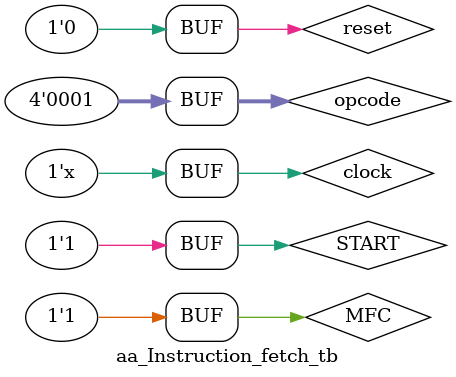
<source format=v>
module aa_Instruction_fetch_tb;

    reg clock;
    reg reset;
    wire [3:0] FSM_start;
    reg [3:0] opcode;
    wire pc_out_en, pc_increment;
    wire MAR_address_in_en;
    wire R_W, EN;
    reg MFC;
    wire MDR_bus_data_out_en;
    wire IR_in_en;
    reg DONE, START;

    // Clock generation
    always #5 clock = ~clock;

    // Instantiate the Instruction_fetch module
    Instruction_fetch uut (
        .clock(clock),
        .reset(reset),
        .opcode(opcode),
        .EN(EN),
        .R_W(R_W),
        .MFC(MFC),
        .pc_increment_en(pc_increment),
        .pc_out_en(pc_out_en),
        .MAR_address_in_en(MAR_address_in_en),
        .MDR_bus_data_out_en(MDR_bus_data_out_en),
        .DONE(DONE),
        .START(START),
        .IR_in_en(IR_in_en),
        .FSM_start(FSM_start)
    );

    initial begin
        // Initialize signals
        clock = 0;
        reset = 1;
        START = 0;

        // Apply reset
        #10;
        reset = 0;

        // Start the FSM
        #10;
        START = 1;
        #10;
        
        MFC = 1;
        opcode = 4'b0001;



        // Wait for the FSM to complete

        // Check results
        // Add assertions or checks here if needed

    end

endmodule
</source>
